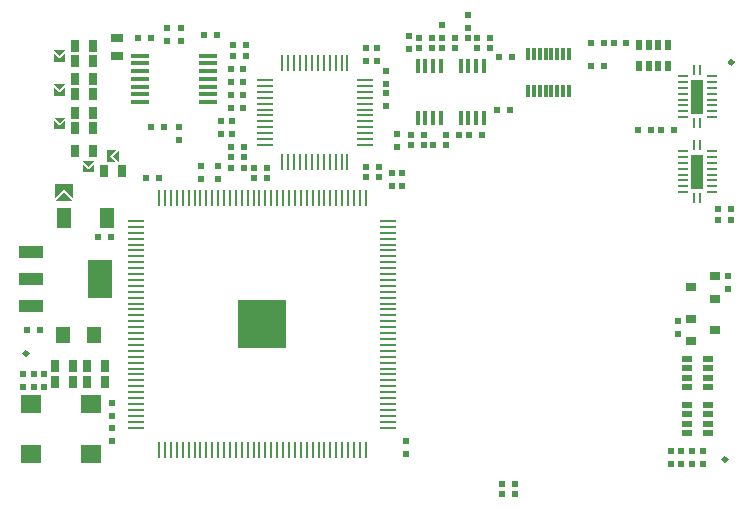
<source format=gtp>
G04*
G04 #@! TF.GenerationSoftware,Altium Limited,Altium Designer,21.7.2 (23)*
G04*
G04 Layer_Color=8421504*
%FSAX44Y44*%
%MOMM*%
G71*
G04*
G04 #@! TF.SameCoordinates,B5B927FB-FC6E-4532-AB5B-D5DFAA1904DE*
G04*
G04*
G04 #@! TF.FilePolarity,Positive*
G04*
G01*
G75*
%ADD17C,0.3000*%
%ADD18R,0.9000X0.8000*%
%ADD19R,0.3000X1.0000*%
%ADD20R,0.4000X1.3000*%
%ADD21R,0.9500X0.5500*%
%ADD22R,1.5500X0.3500*%
%ADD23R,1.4620X0.2794*%
%ADD24R,0.2794X1.4620*%
%ADD25R,1.2000X1.4000*%
%ADD26R,1.3000X1.8000*%
%ADD27R,2.1500X1.0000*%
%ADD28R,2.1500X3.2500*%
%ADD29R,0.1000X0.1000*%
%ADD30R,0.6500X1.0000*%
%ADD31R,1.0000X0.6500*%
%ADD32R,1.8000X1.6000*%
%ADD33R,1.3533X0.2794*%
%ADD34R,0.2794X1.3533*%
%ADD35R,4.1402X4.1402*%
%ADD36R,0.9000X0.2500*%
%ADD37R,0.2500X0.9000*%
%ADD38R,1.0000X3.0000*%
%ADD39R,0.6000X0.5000*%
%ADD40R,0.5000X0.6000*%
%ADD41R,0.5500X0.9500*%
%ADD42R,0.1000X0.1000*%
G36*
X00454750Y00985850D02*
X00449750Y00990850D01*
X00459750D01*
X00454750Y00985850D01*
D02*
G37*
G36*
X00459750Y00980850D02*
X00449750D01*
Y00988350D01*
X00454750Y00983350D01*
X00459750Y00988350D01*
Y00980850D01*
D02*
G37*
G36*
X00454750Y00957350D02*
X00449750Y00962350D01*
X00459750D01*
X00454750Y00957350D01*
D02*
G37*
G36*
X00459750Y00952350D02*
X00449750D01*
Y00959850D01*
X00454750Y00954850D01*
X00459750Y00959850D01*
Y00952350D01*
D02*
G37*
G36*
X00454750Y00928850D02*
X00449750Y00933850D01*
X00459750D01*
X00454750Y00928850D01*
D02*
G37*
G36*
X00459750Y00923850D02*
X00449750D01*
Y00931350D01*
X00454750Y00926350D01*
X00459750Y00931350D01*
Y00923850D01*
D02*
G37*
G36*
X00504750Y00896350D02*
X00499750Y00901350D01*
X00504750Y00906350D01*
Y00896350D01*
D02*
G37*
G36*
X00497250Y00901350D02*
X00502250Y00896350D01*
X00494750D01*
Y00906350D01*
X00502250D01*
X00497250Y00901350D01*
D02*
G37*
G36*
X00479250Y00892350D02*
X00474250Y00897350D01*
X00484250D01*
X00479250Y00892350D01*
D02*
G37*
G36*
X00484250Y00887350D02*
X00474250D01*
Y00894850D01*
X00479250Y00889850D01*
X00484250Y00894850D01*
Y00887350D01*
D02*
G37*
G36*
X00465750Y00865350D02*
X00458250Y00872850D01*
X00450750Y00865350D01*
Y00877850D01*
X00465750D01*
Y00865350D01*
D02*
G37*
G36*
X00465750Y00862850D02*
X00450750D01*
X00458250Y00870350D01*
X00465750Y00862850D01*
D02*
G37*
G36*
X00646201Y00766750D02*
X00634400D01*
Y00778551D01*
X00646201D01*
Y00766750D01*
D02*
G37*
G36*
X00632400D02*
X00620600D01*
Y00778551D01*
X00632400D01*
Y00766750D01*
D02*
G37*
G36*
X00618600D02*
X00606799D01*
Y00778551D01*
X00618600D01*
Y00766750D01*
D02*
G37*
G36*
X00646201Y00752950D02*
X00634400D01*
Y00764750D01*
X00646201D01*
Y00752950D01*
D02*
G37*
G36*
X00632400D02*
X00620600D01*
Y00764750D01*
X00632400D01*
Y00752950D01*
D02*
G37*
G36*
X00618600D02*
X00606799D01*
Y00764750D01*
X00618600D01*
Y00752950D01*
D02*
G37*
G36*
X00646201Y00739149D02*
X00634400D01*
Y00750950D01*
X00646201D01*
Y00739149D01*
D02*
G37*
G36*
X00632400D02*
X00620600D01*
Y00750950D01*
X00632400D01*
Y00739149D01*
D02*
G37*
G36*
X00618600D02*
X00606799D01*
Y00750950D01*
X00618600D01*
Y00739149D01*
D02*
G37*
D17*
X01025000Y00980600D02*
G03*
X01025000Y00980600I-00001500J00000000D01*
G01*
X01019750Y00644350D02*
G03*
X01019750Y00644350I-00001500J00000000D01*
G01*
X00427750Y00734100D02*
G03*
X00427750Y00734100I-00001500J00000000D01*
G01*
D18*
X00989500Y00763600D02*
D03*
Y00744600D02*
D03*
X01009500Y00754100D02*
D03*
Y00780600D02*
D03*
Y00799600D02*
D03*
X00989500Y00790100D02*
D03*
D19*
X00886250Y00987600D02*
D03*
X00881250D02*
D03*
X00876250D02*
D03*
X00871250D02*
D03*
X00866250D02*
D03*
X00861250D02*
D03*
X00856250D02*
D03*
X00851250D02*
D03*
X00886250Y00956600D02*
D03*
X00881250D02*
D03*
X00876250D02*
D03*
X00871250D02*
D03*
X00866250D02*
D03*
X00861250D02*
D03*
X00856250D02*
D03*
X00851250D02*
D03*
D20*
X00758000Y00933850D02*
D03*
X00764500D02*
D03*
X00771000D02*
D03*
X00777500D02*
D03*
X00758000Y00977850D02*
D03*
X00764500D02*
D03*
X00771000D02*
D03*
X00777500D02*
D03*
X00813750D02*
D03*
X00807250D02*
D03*
X00800750D02*
D03*
X00794250D02*
D03*
X00813750Y00933850D02*
D03*
X00807250D02*
D03*
X00800750D02*
D03*
X00794250D02*
D03*
D21*
X01003750Y00666600D02*
D03*
Y00674600D02*
D03*
Y00682600D02*
D03*
Y00690600D02*
D03*
X00985750Y00666600D02*
D03*
Y00674600D02*
D03*
Y00682600D02*
D03*
Y00690600D02*
D03*
X01003750Y00705600D02*
D03*
Y00713600D02*
D03*
Y00721600D02*
D03*
Y00729600D02*
D03*
X00985750Y00705600D02*
D03*
Y00713600D02*
D03*
Y00721600D02*
D03*
Y00729600D02*
D03*
D22*
X00522750Y00986100D02*
D03*
Y00979600D02*
D03*
Y00973100D02*
D03*
Y00966600D02*
D03*
Y00960100D02*
D03*
Y00953600D02*
D03*
Y00947100D02*
D03*
X00580250Y00986100D02*
D03*
Y00979600D02*
D03*
Y00973100D02*
D03*
Y00966600D02*
D03*
Y00960100D02*
D03*
Y00953600D02*
D03*
Y00947100D02*
D03*
D23*
X00628836Y00910600D02*
D03*
Y00915600D02*
D03*
Y00930600D02*
D03*
Y00920600D02*
D03*
Y00925600D02*
D03*
Y00935600D02*
D03*
Y00940600D02*
D03*
Y00945600D02*
D03*
Y00960600D02*
D03*
Y00950600D02*
D03*
Y00955600D02*
D03*
Y00965600D02*
D03*
X00713164Y00910600D02*
D03*
Y00915600D02*
D03*
Y00930600D02*
D03*
Y00920600D02*
D03*
Y00925600D02*
D03*
Y00935600D02*
D03*
Y00940600D02*
D03*
Y00945600D02*
D03*
Y00950600D02*
D03*
Y00965600D02*
D03*
Y00955600D02*
D03*
Y00960600D02*
D03*
D24*
X00643500Y00895936D02*
D03*
X00648500D02*
D03*
X00658500D02*
D03*
X00653500D02*
D03*
X00668500D02*
D03*
X00663500D02*
D03*
X00643500Y00980264D02*
D03*
X00648500D02*
D03*
X00658500D02*
D03*
X00653500D02*
D03*
X00668500D02*
D03*
X00663500D02*
D03*
X00673500Y00895936D02*
D03*
X00678500D02*
D03*
X00688500D02*
D03*
X00683500D02*
D03*
X00698500D02*
D03*
X00693500D02*
D03*
X00673500Y00980264D02*
D03*
X00678500D02*
D03*
X00688500D02*
D03*
X00683500D02*
D03*
X00698500D02*
D03*
X00693500D02*
D03*
D25*
X00484000Y00749350D02*
D03*
X00458000D02*
D03*
D26*
X00495250Y00849100D02*
D03*
X00458250D02*
D03*
D27*
X00430250Y00797350D02*
D03*
Y00774350D02*
D03*
Y00820350D02*
D03*
D28*
X00488750Y00797350D02*
D03*
D29*
X00458250Y00877350D02*
D03*
Y00865850D02*
D03*
X00479250Y00887850D02*
D03*
Y00896850D02*
D03*
X00454750Y00961850D02*
D03*
Y00952850D02*
D03*
Y00981350D02*
D03*
Y00990350D02*
D03*
Y00924350D02*
D03*
Y00933350D02*
D03*
D30*
X00467500Y00905850D02*
D03*
X00483000D02*
D03*
X00466500Y00709850D02*
D03*
X00451000D02*
D03*
X00466500Y00723100D02*
D03*
X00451000D02*
D03*
X00493500Y00709850D02*
D03*
X00478000D02*
D03*
X00493500Y00723100D02*
D03*
X00478000D02*
D03*
X00467500Y00925100D02*
D03*
X00483000D02*
D03*
X00467500Y00937600D02*
D03*
X00483000D02*
D03*
X00467500Y00953600D02*
D03*
X00483000D02*
D03*
X00467500Y00966100D02*
D03*
X00483000D02*
D03*
X00467500Y00982100D02*
D03*
X00483000D02*
D03*
X00467500Y00994600D02*
D03*
X00483000D02*
D03*
X00507500Y00888350D02*
D03*
X00492000D02*
D03*
D31*
X00503500Y00985850D02*
D03*
Y01001350D02*
D03*
D32*
X00481150Y00649350D02*
D03*
X00430350D02*
D03*
X00481150Y00691350D02*
D03*
X00430350D02*
D03*
D33*
X00519785Y00681350D02*
D03*
Y00671350D02*
D03*
Y00676350D02*
D03*
Y00696350D02*
D03*
Y00686350D02*
D03*
Y00691350D02*
D03*
Y00706350D02*
D03*
Y00701350D02*
D03*
Y00741350D02*
D03*
Y00721350D02*
D03*
Y00711350D02*
D03*
Y00716350D02*
D03*
Y00736350D02*
D03*
Y00726350D02*
D03*
Y00731350D02*
D03*
Y00756350D02*
D03*
Y00746350D02*
D03*
Y00751350D02*
D03*
Y00771350D02*
D03*
Y00761350D02*
D03*
Y00766350D02*
D03*
Y00786350D02*
D03*
Y00776350D02*
D03*
Y00781350D02*
D03*
Y00796350D02*
D03*
Y00791350D02*
D03*
Y00811350D02*
D03*
Y00801350D02*
D03*
Y00806350D02*
D03*
Y00831350D02*
D03*
Y00816350D02*
D03*
Y00821350D02*
D03*
Y00836350D02*
D03*
Y00841350D02*
D03*
Y00846350D02*
D03*
Y00826350D02*
D03*
X00733215Y00681350D02*
D03*
Y00671350D02*
D03*
Y00676350D02*
D03*
Y00696350D02*
D03*
Y00686350D02*
D03*
Y00691350D02*
D03*
Y00706350D02*
D03*
Y00701350D02*
D03*
Y00741350D02*
D03*
Y00721350D02*
D03*
Y00711350D02*
D03*
Y00716350D02*
D03*
Y00736350D02*
D03*
Y00726350D02*
D03*
Y00731350D02*
D03*
Y00746350D02*
D03*
Y00756350D02*
D03*
Y00751350D02*
D03*
Y00791350D02*
D03*
Y00771350D02*
D03*
Y00761350D02*
D03*
Y00766350D02*
D03*
Y00786350D02*
D03*
Y00776350D02*
D03*
Y00781350D02*
D03*
Y00801350D02*
D03*
Y00796350D02*
D03*
Y00836350D02*
D03*
Y00816350D02*
D03*
Y00806350D02*
D03*
Y00811350D02*
D03*
Y00831350D02*
D03*
Y00821350D02*
D03*
Y00826350D02*
D03*
Y00841350D02*
D03*
Y00846350D02*
D03*
D34*
X00554000Y00652134D02*
D03*
X00559000D02*
D03*
X00539000D02*
D03*
X00549000D02*
D03*
X00544000D02*
D03*
X00564000D02*
D03*
X00574000D02*
D03*
X00569000D02*
D03*
X00594000D02*
D03*
X00579000D02*
D03*
X00589000D02*
D03*
X00584000D02*
D03*
X00614000D02*
D03*
X00624000D02*
D03*
X00619000D02*
D03*
X00599000D02*
D03*
X00609000D02*
D03*
X00604000D02*
D03*
X00554000Y00865565D02*
D03*
X00539000D02*
D03*
X00549000D02*
D03*
X00544000D02*
D03*
X00559000D02*
D03*
X00564000D02*
D03*
X00584000D02*
D03*
X00594000D02*
D03*
X00589000D02*
D03*
X00569000D02*
D03*
X00579000D02*
D03*
X00574000D02*
D03*
X00614000D02*
D03*
X00624000D02*
D03*
X00619000D02*
D03*
X00599000D02*
D03*
X00609000D02*
D03*
X00604000D02*
D03*
X00629000Y00652134D02*
D03*
X00639000D02*
D03*
X00634000D02*
D03*
X00644000D02*
D03*
X00654000D02*
D03*
X00649000D02*
D03*
X00674000D02*
D03*
X00684000D02*
D03*
X00679000D02*
D03*
X00659000D02*
D03*
X00669000D02*
D03*
X00664000D02*
D03*
X00704000D02*
D03*
X00709000D02*
D03*
X00689000D02*
D03*
X00699000D02*
D03*
X00694000D02*
D03*
X00714000D02*
D03*
X00629000Y00865565D02*
D03*
X00639000D02*
D03*
X00634000D02*
D03*
X00644000D02*
D03*
X00654000D02*
D03*
X00649000D02*
D03*
X00674000D02*
D03*
X00684000D02*
D03*
X00679000D02*
D03*
X00659000D02*
D03*
X00669000D02*
D03*
X00664000D02*
D03*
X00704000D02*
D03*
X00709000D02*
D03*
X00689000D02*
D03*
X00699000D02*
D03*
X00694000D02*
D03*
X00714000D02*
D03*
D35*
X00626500Y00758850D02*
D03*
D36*
X00982250Y00934100D02*
D03*
Y00939100D02*
D03*
Y00944100D02*
D03*
Y00949100D02*
D03*
Y00954100D02*
D03*
Y00959100D02*
D03*
Y00964100D02*
D03*
Y00969100D02*
D03*
X01007250D02*
D03*
Y00964100D02*
D03*
Y00959100D02*
D03*
Y00954100D02*
D03*
Y00949100D02*
D03*
Y00944100D02*
D03*
Y00939100D02*
D03*
Y00934100D02*
D03*
X00982250Y00870600D02*
D03*
Y00875600D02*
D03*
Y00880600D02*
D03*
Y00885600D02*
D03*
Y00890600D02*
D03*
Y00895600D02*
D03*
Y00900600D02*
D03*
Y00905600D02*
D03*
X01007250D02*
D03*
Y00900600D02*
D03*
Y00895600D02*
D03*
Y00890600D02*
D03*
Y00885600D02*
D03*
Y00880600D02*
D03*
Y00875600D02*
D03*
Y00870600D02*
D03*
D37*
X00992250Y00929100D02*
D03*
X00997250D02*
D03*
X00992250Y00974100D02*
D03*
X00997250D02*
D03*
Y00865600D02*
D03*
X00992250D02*
D03*
Y00910600D02*
D03*
X00997250D02*
D03*
D38*
X00994750Y00951600D02*
D03*
Y00888100D02*
D03*
D39*
X00432750Y00716850D02*
D03*
Y00705850D02*
D03*
X00736000Y00886850D02*
D03*
Y00875850D02*
D03*
X00745000Y00886850D02*
D03*
Y00875850D02*
D03*
X00441750Y00716850D02*
D03*
Y00705850D02*
D03*
X01020500Y00788600D02*
D03*
Y00799600D02*
D03*
X00778137Y01012140D02*
D03*
Y01001140D02*
D03*
X00800250Y01009600D02*
D03*
Y01020600D02*
D03*
X00978500Y00750850D02*
D03*
Y00761850D02*
D03*
X00546000Y01009850D02*
D03*
X00591250Y00930600D02*
D03*
Y00919600D02*
D03*
X00600500Y00930600D02*
D03*
Y00919600D02*
D03*
X00600250Y00942100D02*
D03*
Y00953100D02*
D03*
X00609750Y00942100D02*
D03*
Y00953100D02*
D03*
X00600250Y00964350D02*
D03*
Y00975350D02*
D03*
X00609750Y00964350D02*
D03*
Y00975350D02*
D03*
X00588469Y00881959D02*
D03*
Y00892959D02*
D03*
X00972250Y00651350D02*
D03*
Y00640350D02*
D03*
X00750500Y00992100D02*
D03*
Y01003100D02*
D03*
X00557500Y00998850D02*
D03*
Y01009850D02*
D03*
X00556250Y00925600D02*
D03*
Y00914600D02*
D03*
X00740750Y00909100D02*
D03*
Y00920100D02*
D03*
X00546000Y00998850D02*
D03*
X00723500Y00982100D02*
D03*
Y00993100D02*
D03*
X00714500Y00982100D02*
D03*
Y00993100D02*
D03*
X00423750Y00716850D02*
D03*
Y00705850D02*
D03*
X00499500Y00692350D02*
D03*
Y00681350D02*
D03*
X00747750Y00649100D02*
D03*
Y00660100D02*
D03*
X00499500Y00660350D02*
D03*
Y00671350D02*
D03*
X00730740Y00973020D02*
D03*
Y00962020D02*
D03*
X00730750Y00954350D02*
D03*
Y00943350D02*
D03*
X00574750Y00892850D02*
D03*
Y00881850D02*
D03*
X00999250Y00640350D02*
D03*
Y00651350D02*
D03*
X00990250D02*
D03*
Y00640350D02*
D03*
X00981250Y00651350D02*
D03*
Y00640350D02*
D03*
D40*
X00923750Y00996600D02*
D03*
X00934750D02*
D03*
X00714000Y00883100D02*
D03*
X00725000D02*
D03*
X00619000Y00882600D02*
D03*
X00630000D02*
D03*
X01012000Y00847350D02*
D03*
X01023000D02*
D03*
X00825500Y00940100D02*
D03*
X00836500D02*
D03*
X00600250Y00900100D02*
D03*
X00611250D02*
D03*
X00600250Y00908850D02*
D03*
X00611250D02*
D03*
X00601250Y00994850D02*
D03*
X00612250D02*
D03*
X00601250Y00985600D02*
D03*
X00612250D02*
D03*
X00487000Y00832600D02*
D03*
X00498000D02*
D03*
X00714000Y00891850D02*
D03*
X00725000D02*
D03*
X01012000Y00856100D02*
D03*
X01023000D02*
D03*
X00963750Y00923600D02*
D03*
X00974750D02*
D03*
X00782250Y00919100D02*
D03*
X00793250D02*
D03*
X00808000Y00992600D02*
D03*
X00819000D02*
D03*
X00778250Y00992600D02*
D03*
X00789250D02*
D03*
X00758750Y01001350D02*
D03*
X00769750D02*
D03*
X00758750Y00992600D02*
D03*
X00769750D02*
D03*
X00771250Y00910350D02*
D03*
X00782250D02*
D03*
X00600250Y00891350D02*
D03*
X00611250D02*
D03*
X00542750Y00925600D02*
D03*
X00531750D02*
D03*
X00915750Y00996600D02*
D03*
X00904750D02*
D03*
Y00977350D02*
D03*
X00915750D02*
D03*
X00539250Y00882850D02*
D03*
X00528250D02*
D03*
X00801000Y00919100D02*
D03*
X00812000D02*
D03*
X00829250Y00614850D02*
D03*
X00840250D02*
D03*
X00829250Y00623600D02*
D03*
X00840250D02*
D03*
X00955750Y00923600D02*
D03*
X00752250Y00919100D02*
D03*
X00763250D02*
D03*
X00752250Y00910350D02*
D03*
X00763250D02*
D03*
X00577250Y01003600D02*
D03*
X00588250D02*
D03*
X00520750Y01001350D02*
D03*
X00531750D02*
D03*
X00827000Y00984850D02*
D03*
X00838000D02*
D03*
X00944750Y00923600D02*
D03*
X00630000Y00891350D02*
D03*
X00619000D02*
D03*
X00819000Y01001350D02*
D03*
X00808000D02*
D03*
X00800250Y01001350D02*
D03*
X00789250D02*
D03*
X00438250Y00754100D02*
D03*
X00427250D02*
D03*
D41*
X00969750Y00995600D02*
D03*
X00961750D02*
D03*
X00953750D02*
D03*
X00945750D02*
D03*
X00969750Y00977600D02*
D03*
X00961750D02*
D03*
X00953750D02*
D03*
X00945750D02*
D03*
D42*
X00495250Y00901350D02*
D03*
X00504250D02*
D03*
M02*

</source>
